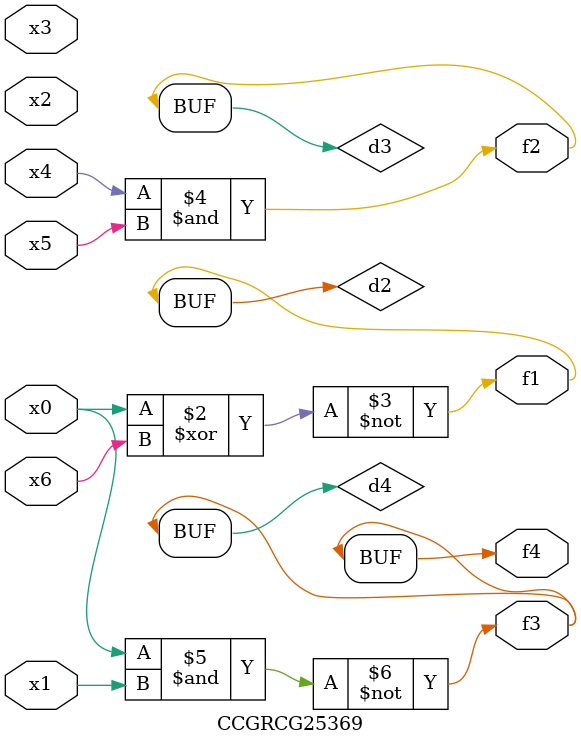
<source format=v>
module CCGRCG25369(
	input x0, x1, x2, x3, x4, x5, x6,
	output f1, f2, f3, f4
);

	wire d1, d2, d3, d4;

	nor (d1, x0);
	xnor (d2, x0, x6);
	and (d3, x4, x5);
	nand (d4, x0, x1);
	assign f1 = d2;
	assign f2 = d3;
	assign f3 = d4;
	assign f4 = d4;
endmodule

</source>
